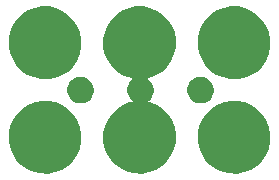
<source format=gts>
%TF.GenerationSoftware,KiCad,Pcbnew,4.0.5-e0-6337~49~ubuntu16.04.1*%
%TF.CreationDate,2017-05-27T17:08:36-07:00*%
%TF.ProjectId,2x3-Potentiometer-P160K-TH,3278332D506F74656E74696F6D657465,v1.2*%
%TF.FileFunction,Soldermask,Top*%
%FSLAX46Y46*%
G04 Gerber Fmt 4.6, Leading zero omitted, Abs format (unit mm)*
G04 Created by KiCad (PCBNEW 4.0.5-e0-6337~49~ubuntu16.04.1) date Sat May 27 17:08:36 2017*
%MOMM*%
%LPD*%
G01*
G04 APERTURE LIST*
%ADD10C,0.350000*%
G04 APERTURE END LIST*
D10*
G36*
X23081510Y-33272247D02*
X23672455Y-33393551D01*
X24228598Y-33627332D01*
X24728734Y-33964678D01*
X25153821Y-34392743D01*
X25487666Y-34895221D01*
X25717556Y-35452976D01*
X25834664Y-36044414D01*
X25834664Y-36044424D01*
X25834731Y-36044763D01*
X25825110Y-36733816D01*
X25825033Y-36734154D01*
X25825033Y-36734162D01*
X25691457Y-37322101D01*
X25446085Y-37873216D01*
X25098337Y-38366178D01*
X24661462Y-38782209D01*
X24152100Y-39105461D01*
X23589654Y-39323619D01*
X22995547Y-39428376D01*
X22392403Y-39415742D01*
X21803200Y-39286197D01*
X21250382Y-39044677D01*
X20755007Y-38700382D01*
X20335937Y-38266423D01*
X20009138Y-37759330D01*
X19787056Y-37198414D01*
X19678155Y-36605058D01*
X19686577Y-36001841D01*
X19812006Y-35411747D01*
X20049659Y-34857258D01*
X20390491Y-34359488D01*
X20821512Y-33937400D01*
X21326313Y-33607068D01*
X21885659Y-33381077D01*
X22478245Y-33268036D01*
X23081510Y-33272247D01*
X23081510Y-33272247D01*
G37*
G36*
X31081510Y-25272247D02*
X31672455Y-25393551D01*
X32228598Y-25627332D01*
X32728734Y-25964678D01*
X33153821Y-26392743D01*
X33487666Y-26895221D01*
X33717556Y-27452976D01*
X33834664Y-28044414D01*
X33834664Y-28044424D01*
X33834731Y-28044763D01*
X33825110Y-28733816D01*
X33825033Y-28734154D01*
X33825033Y-28734162D01*
X33691457Y-29322101D01*
X33446085Y-29873216D01*
X33098337Y-30366178D01*
X32661462Y-30782209D01*
X32152100Y-31105461D01*
X31589654Y-31323619D01*
X31512493Y-31337224D01*
X31498905Y-31341662D01*
X31487091Y-31349710D01*
X31477987Y-31360731D01*
X31472313Y-31373851D01*
X31470520Y-31388033D01*
X31472749Y-31402153D01*
X31478823Y-31415093D01*
X31492907Y-31429367D01*
X31559743Y-31474449D01*
X31715368Y-31631163D01*
X31837588Y-31815120D01*
X31921751Y-32019315D01*
X31964580Y-32235621D01*
X31964580Y-32235626D01*
X31964648Y-32235970D01*
X31961126Y-32488233D01*
X31961049Y-32488571D01*
X31961049Y-32488580D01*
X31912196Y-32703608D01*
X31822366Y-32905369D01*
X31695054Y-33085843D01*
X31535114Y-33238154D01*
X31489820Y-33266898D01*
X31478948Y-33276180D01*
X31471093Y-33288123D01*
X31466875Y-33301781D01*
X31466630Y-33316074D01*
X31470376Y-33329869D01*
X31477818Y-33342074D01*
X31488365Y-33351723D01*
X31506825Y-33359552D01*
X31672455Y-33393551D01*
X32228598Y-33627332D01*
X32728734Y-33964678D01*
X33153821Y-34392743D01*
X33487666Y-34895221D01*
X33717556Y-35452976D01*
X33834664Y-36044414D01*
X33834664Y-36044424D01*
X33834731Y-36044763D01*
X33825110Y-36733816D01*
X33825033Y-36734154D01*
X33825033Y-36734162D01*
X33691457Y-37322101D01*
X33446085Y-37873216D01*
X33098337Y-38366178D01*
X32661462Y-38782209D01*
X32152100Y-39105461D01*
X31589654Y-39323619D01*
X30995547Y-39428376D01*
X30392403Y-39415742D01*
X29803200Y-39286197D01*
X29250382Y-39044677D01*
X28755007Y-38700382D01*
X28335937Y-38266423D01*
X28009138Y-37759330D01*
X27787056Y-37198414D01*
X27678155Y-36605058D01*
X27686577Y-36001841D01*
X27812006Y-35411747D01*
X28049659Y-34857258D01*
X28390491Y-34359488D01*
X28821512Y-33937400D01*
X29326313Y-33607068D01*
X29885659Y-33381077D01*
X30134194Y-33333667D01*
X30147719Y-33329040D01*
X30159419Y-33320827D01*
X30168369Y-33309681D01*
X30173858Y-33296482D01*
X30175453Y-33282277D01*
X30173028Y-33268189D01*
X30166773Y-33255335D01*
X30153667Y-33242053D01*
X30104959Y-33208200D01*
X29951532Y-33049321D01*
X29831892Y-32863675D01*
X29750586Y-32658321D01*
X29710718Y-32441096D01*
X29713801Y-32220257D01*
X29759721Y-32004222D01*
X29846725Y-31801223D01*
X29971505Y-31618988D01*
X30129302Y-31464462D01*
X30150075Y-31450869D01*
X30160816Y-31441437D01*
X30168504Y-31429385D01*
X30172531Y-31415669D01*
X30172576Y-31401375D01*
X30168638Y-31387633D01*
X30161027Y-31375533D01*
X30150347Y-31366032D01*
X30133168Y-31358746D01*
X29803200Y-31286197D01*
X29250382Y-31044677D01*
X28755007Y-30700382D01*
X28335937Y-30266423D01*
X28009138Y-29759330D01*
X27787056Y-29198414D01*
X27678155Y-28605058D01*
X27686577Y-28001841D01*
X27812006Y-27411747D01*
X28049659Y-26857258D01*
X28390491Y-26359488D01*
X28821512Y-25937400D01*
X29326313Y-25607068D01*
X29885659Y-25381077D01*
X30478245Y-25268036D01*
X31081510Y-25272247D01*
X31081510Y-25272247D01*
G37*
G36*
X39081510Y-33272247D02*
X39672455Y-33393551D01*
X40228598Y-33627332D01*
X40728734Y-33964678D01*
X41153821Y-34392743D01*
X41487666Y-34895221D01*
X41717556Y-35452976D01*
X41834664Y-36044414D01*
X41834664Y-36044424D01*
X41834731Y-36044763D01*
X41825110Y-36733816D01*
X41825033Y-36734154D01*
X41825033Y-36734162D01*
X41691457Y-37322101D01*
X41446085Y-37873216D01*
X41098337Y-38366178D01*
X40661462Y-38782209D01*
X40152100Y-39105461D01*
X39589654Y-39323619D01*
X38995547Y-39428376D01*
X38392403Y-39415742D01*
X37803200Y-39286197D01*
X37250382Y-39044677D01*
X36755007Y-38700382D01*
X36335937Y-38266423D01*
X36009138Y-37759330D01*
X35787056Y-37198414D01*
X35678155Y-36605058D01*
X35686577Y-36001841D01*
X35812006Y-35411747D01*
X36049659Y-34857258D01*
X36390491Y-34359488D01*
X36821512Y-33937400D01*
X37326313Y-33607068D01*
X37885659Y-33381077D01*
X38478245Y-33268036D01*
X39081510Y-33272247D01*
X39081510Y-33272247D01*
G37*
G36*
X25876693Y-31220948D02*
X26093034Y-31265357D01*
X26296643Y-31350946D01*
X26479743Y-31474449D01*
X26635368Y-31631163D01*
X26757588Y-31815120D01*
X26841751Y-32019315D01*
X26884580Y-32235621D01*
X26884580Y-32235626D01*
X26884648Y-32235970D01*
X26881126Y-32488233D01*
X26881049Y-32488571D01*
X26881049Y-32488580D01*
X26832196Y-32703608D01*
X26742366Y-32905369D01*
X26615054Y-33085843D01*
X26455114Y-33238153D01*
X26268636Y-33356496D01*
X26062721Y-33436365D01*
X25845221Y-33474716D01*
X25624407Y-33470090D01*
X25408700Y-33422665D01*
X25206311Y-33334243D01*
X25024959Y-33208200D01*
X24871532Y-33049321D01*
X24751892Y-32863675D01*
X24670586Y-32658321D01*
X24630718Y-32441096D01*
X24633801Y-32220257D01*
X24679721Y-32004222D01*
X24766725Y-31801223D01*
X24891505Y-31618988D01*
X25049302Y-31464462D01*
X25234111Y-31343526D01*
X25438889Y-31260790D01*
X25655833Y-31219407D01*
X25876693Y-31220948D01*
X25876693Y-31220948D01*
G37*
G36*
X36036693Y-31220948D02*
X36253034Y-31265357D01*
X36456643Y-31350946D01*
X36639743Y-31474449D01*
X36795368Y-31631163D01*
X36917588Y-31815120D01*
X37001751Y-32019315D01*
X37044580Y-32235621D01*
X37044580Y-32235626D01*
X37044648Y-32235970D01*
X37041126Y-32488233D01*
X37041049Y-32488571D01*
X37041049Y-32488580D01*
X36992196Y-32703608D01*
X36902366Y-32905369D01*
X36775054Y-33085843D01*
X36615114Y-33238153D01*
X36428636Y-33356496D01*
X36222721Y-33436365D01*
X36005221Y-33474716D01*
X35784407Y-33470090D01*
X35568700Y-33422665D01*
X35366311Y-33334243D01*
X35184959Y-33208200D01*
X35031532Y-33049321D01*
X34911892Y-32863675D01*
X34830586Y-32658321D01*
X34790718Y-32441096D01*
X34793801Y-32220257D01*
X34839721Y-32004222D01*
X34926725Y-31801223D01*
X35051505Y-31618988D01*
X35209302Y-31464462D01*
X35394111Y-31343526D01*
X35598889Y-31260790D01*
X35815833Y-31219407D01*
X36036693Y-31220948D01*
X36036693Y-31220948D01*
G37*
G36*
X23081510Y-25272247D02*
X23672455Y-25393551D01*
X24228598Y-25627332D01*
X24728734Y-25964678D01*
X25153821Y-26392743D01*
X25487666Y-26895221D01*
X25717556Y-27452976D01*
X25834664Y-28044414D01*
X25834664Y-28044424D01*
X25834731Y-28044763D01*
X25825110Y-28733816D01*
X25825033Y-28734154D01*
X25825033Y-28734162D01*
X25691457Y-29322101D01*
X25446085Y-29873216D01*
X25098337Y-30366178D01*
X24661462Y-30782209D01*
X24152100Y-31105461D01*
X23589654Y-31323619D01*
X22995547Y-31428376D01*
X22392403Y-31415742D01*
X21803200Y-31286197D01*
X21250382Y-31044677D01*
X20755007Y-30700382D01*
X20335937Y-30266423D01*
X20009138Y-29759330D01*
X19787056Y-29198414D01*
X19678155Y-28605058D01*
X19686577Y-28001841D01*
X19812006Y-27411747D01*
X20049659Y-26857258D01*
X20390491Y-26359488D01*
X20821512Y-25937400D01*
X21326313Y-25607068D01*
X21885659Y-25381077D01*
X22478245Y-25268036D01*
X23081510Y-25272247D01*
X23081510Y-25272247D01*
G37*
G36*
X39081510Y-25272247D02*
X39672455Y-25393551D01*
X40228598Y-25627332D01*
X40728734Y-25964678D01*
X41153821Y-26392743D01*
X41487666Y-26895221D01*
X41717556Y-27452976D01*
X41834664Y-28044414D01*
X41834664Y-28044424D01*
X41834731Y-28044763D01*
X41825110Y-28733816D01*
X41825033Y-28734154D01*
X41825033Y-28734162D01*
X41691457Y-29322101D01*
X41446085Y-29873216D01*
X41098337Y-30366178D01*
X40661462Y-30782209D01*
X40152100Y-31105461D01*
X39589654Y-31323619D01*
X38995547Y-31428376D01*
X38392403Y-31415742D01*
X37803200Y-31286197D01*
X37250382Y-31044677D01*
X36755007Y-30700382D01*
X36335937Y-30266423D01*
X36009138Y-29759330D01*
X35787056Y-29198414D01*
X35678155Y-28605058D01*
X35686577Y-28001841D01*
X35812006Y-27411747D01*
X36049659Y-26857258D01*
X36390491Y-26359488D01*
X36821512Y-25937400D01*
X37326313Y-25607068D01*
X37885659Y-25381077D01*
X38478245Y-25268036D01*
X39081510Y-25272247D01*
X39081510Y-25272247D01*
G37*
M02*

</source>
